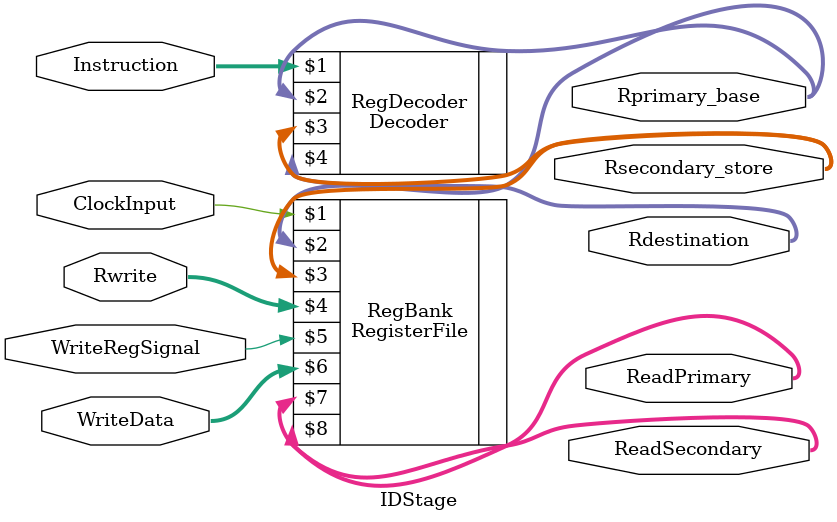
<source format=v>
`timescale 1ns / 1ps


module IDStage(
    input ClockInput,
    input[31:0] Instruction,
    input[3:0] Rwrite, // From WB stage to access Register File
    input WriteRegSignal,
    input[31:0] WriteData,
    output[31:0] ReadPrimary,
    output[31:0] ReadSecondary, // second operand or store word
    output[3:0] Rdestination, // distination reg for given instruction
    output [3:0] Rprimary_base,//Reg no.
    output [3:0] Rsecondary_store//Reg no.
    );
    
RegisterFile RegBank(
    ClockInput,
    Rprimary_base,
    Rsecondary_store,
    Rwrite,
    WriteRegSignal, //control sginal
    WriteData,
    ReadPrimary,
    ReadSecondary);
    
Decoder RegDecoder(
    Instruction,
    Rprimary_base, // holds register no. of either primary or base
    Rsecondary_store, // holds  register no. of either secondary or store-word to put in MEM
    Rdestination
    );
    
endmodule

</source>
